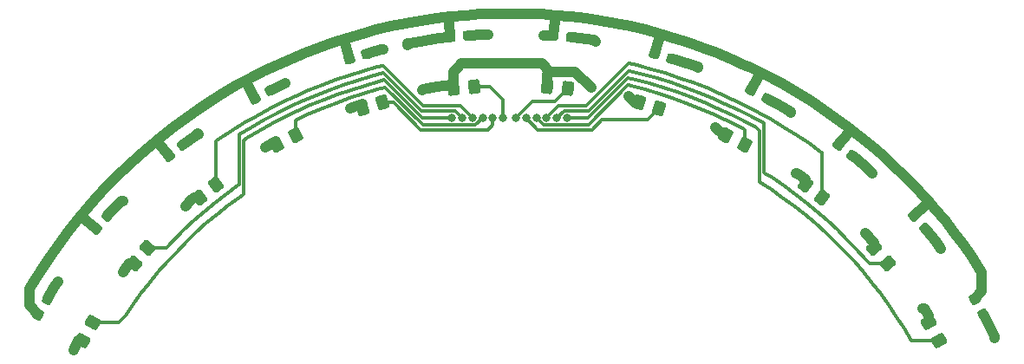
<source format=gbr>
%TF.GenerationSoftware,KiCad,Pcbnew,(6.0.4)*%
%TF.CreationDate,2022-09-17T01:55:58+09:00*%
%TF.ProjectId,robotrace_v1_Linesensor,726f626f-7472-4616-9365-5f76315f4c69,rev?*%
%TF.SameCoordinates,Original*%
%TF.FileFunction,Copper,L2,Bot*%
%TF.FilePolarity,Positive*%
%FSLAX46Y46*%
G04 Gerber Fmt 4.6, Leading zero omitted, Abs format (unit mm)*
G04 Created by KiCad (PCBNEW (6.0.4)) date 2022-09-17 01:55:58*
%MOMM*%
%LPD*%
G01*
G04 APERTURE LIST*
G04 Aperture macros list*
%AMRoundRect*
0 Rectangle with rounded corners*
0 $1 Rounding radius*
0 $2 $3 $4 $5 $6 $7 $8 $9 X,Y pos of 4 corners*
0 Add a 4 corners polygon primitive as box body*
4,1,4,$2,$3,$4,$5,$6,$7,$8,$9,$2,$3,0*
0 Add four circle primitives for the rounded corners*
1,1,$1+$1,$2,$3*
1,1,$1+$1,$4,$5*
1,1,$1+$1,$6,$7*
1,1,$1+$1,$8,$9*
0 Add four rect primitives between the rounded corners*
20,1,$1+$1,$2,$3,$4,$5,0*
20,1,$1+$1,$4,$5,$6,$7,0*
20,1,$1+$1,$6,$7,$8,$9,0*
20,1,$1+$1,$8,$9,$2,$3,0*%
G04 Aperture macros list end*
%TA.AperFunction,SMDPad,CuDef*%
%ADD10RoundRect,0.237500X-0.372847X-0.006896X0.077153X-0.364842X0.372847X0.006896X-0.077153X0.364842X0*%
%TD*%
%TA.AperFunction,SMDPad,CuDef*%
%ADD11RoundRect,0.237500X-0.208207X-0.309374X0.343114X-0.146065X0.208207X0.309374X-0.343114X0.146065X0*%
%TD*%
%TA.AperFunction,SMDPad,CuDef*%
%ADD12RoundRect,0.237500X-0.308940X-0.208851X0.263413X-0.263962X0.308940X0.208851X-0.263413X0.263962X0*%
%TD*%
%TA.AperFunction,SMDPad,CuDef*%
%ADD13RoundRect,0.237500X-0.077153X-0.364842X0.372847X-0.006896X0.077153X0.364842X-0.372847X0.006896X0*%
%TD*%
%TA.AperFunction,SMDPad,CuDef*%
%ADD14RoundRect,0.250000X0.183810X0.523774X-0.439423X0.339164X-0.183810X-0.523774X0.439423X-0.339164X0*%
%TD*%
%TA.AperFunction,SMDPad,CuDef*%
%ADD15RoundRect,0.250000X0.496065X0.249087X-0.080492X0.549223X-0.496065X-0.249087X0.080492X-0.549223X0*%
%TD*%
%TA.AperFunction,SMDPad,CuDef*%
%ADD16RoundRect,0.237500X-0.343114X-0.146065X0.208207X-0.309374X0.343114X0.146065X-0.208207X0.309374X0*%
%TD*%
%TA.AperFunction,SMDPad,CuDef*%
%ADD17RoundRect,0.237500X-0.263413X-0.263962X0.308940X-0.208851X0.263413X0.263962X-0.308940X0.208851X0*%
%TD*%
%TA.AperFunction,SMDPad,CuDef*%
%ADD18RoundRect,0.237500X-0.145350X-0.343418X0.364681X-0.077912X0.145350X0.343418X-0.364681X0.077912X0*%
%TD*%
%TA.AperFunction,SMDPad,CuDef*%
%ADD19RoundRect,0.237500X-0.006120X-0.372861X0.367313X0.064373X0.006120X0.372861X-0.367313X-0.064373X0*%
%TD*%
%TA.AperFunction,SMDPad,CuDef*%
%ADD20RoundRect,0.250000X0.366634X0.416778X-0.280373X0.479078X-0.366634X-0.416778X0.280373X-0.479078X0*%
%TD*%
%TA.AperFunction,SMDPad,CuDef*%
%ADD21RoundRect,0.250000X0.551698X-0.061275X0.231622X0.504456X-0.551698X0.061275X-0.231622X-0.504456X0*%
%TD*%
%TA.AperFunction,SMDPad,CuDef*%
%ADD22RoundRect,0.237500X-0.348281X0.133277X-0.065138X-0.367178X0.348281X-0.133277X0.065138X0.367178X0*%
%TD*%
%TA.AperFunction,SMDPad,CuDef*%
%ADD23RoundRect,0.250000X-0.025784X0.554491X-0.534479X0.149856X0.025784X-0.554491X0.534479X-0.149856X0*%
%TD*%
%TA.AperFunction,SMDPad,CuDef*%
%ADD24RoundRect,0.250000X0.439423X0.339164X-0.183810X0.523774X-0.439423X-0.339164X0.183810X-0.523774X0*%
%TD*%
%TA.AperFunction,SMDPad,CuDef*%
%ADD25RoundRect,0.237500X0.065138X-0.367178X0.348281X0.133277X-0.065138X0.367178X-0.348281X-0.133277X0*%
%TD*%
%TA.AperFunction,SMDPad,CuDef*%
%ADD26RoundRect,0.250000X0.534479X0.149856X0.025784X0.554491X-0.534479X-0.149856X-0.025784X-0.554491X0*%
%TD*%
%TA.AperFunction,SMDPad,CuDef*%
%ADD27RoundRect,0.237500X-0.367313X0.064373X0.006120X-0.372861X0.367313X-0.064373X-0.006120X0.372861X0*%
%TD*%
%TA.AperFunction,SMDPad,CuDef*%
%ADD28RoundRect,0.250000X0.553253X0.045120X0.131112X0.539384X-0.553253X-0.045120X-0.131112X-0.539384X0*%
%TD*%
%TA.AperFunction,SMDPad,CuDef*%
%ADD29RoundRect,0.250000X0.280373X0.479078X-0.366634X0.416778X-0.280373X-0.479078X0.366634X-0.416778X0*%
%TD*%
%TA.AperFunction,SMDPad,CuDef*%
%ADD30RoundRect,0.250000X-0.231622X0.504456X-0.551698X-0.061275X0.231622X-0.504456X0.551698X0.061275X0*%
%TD*%
%TA.AperFunction,SMDPad,CuDef*%
%ADD31RoundRect,0.250000X-0.131112X0.539384X-0.553253X0.045120X0.131112X-0.539384X0.553253X-0.045120X0*%
%TD*%
%TA.AperFunction,SMDPad,CuDef*%
%ADD32RoundRect,0.237500X-0.364681X-0.077912X0.145350X-0.343418X0.364681X0.077912X-0.145350X0.343418X0*%
%TD*%
%TA.AperFunction,SMDPad,CuDef*%
%ADD33RoundRect,0.250000X0.080492X0.549223X-0.496065X0.249087X-0.080492X-0.549223X0.496065X-0.249087X0*%
%TD*%
%TA.AperFunction,ViaPad*%
%ADD34C,0.800000*%
%TD*%
%TA.AperFunction,Conductor*%
%ADD35C,1.000000*%
%TD*%
%TA.AperFunction,Conductor*%
%ADD36C,0.300000*%
%TD*%
G04 APERTURE END LIST*
D10*
%TO.P,D7,1,K*%
%TO.N,Net-(D1-Pad1)*%
X176995218Y-48365300D03*
%TO.P,D7,2,A*%
%TO.N,Net-(D7-Pad2)*%
X178364782Y-49454700D03*
%TD*%
D11*
%TO.P,D10,1,K*%
%TO.N,Net-(D1-Pad1)*%
X129251033Y-39908513D03*
%TO.P,D10,2,A*%
%TO.N,Net-(D10-Pad2)*%
X130928967Y-39411487D03*
%TD*%
D12*
%TO.P,D13,1,K*%
%TO.N,Net-(D1-Pad1)*%
X149159028Y-37656135D03*
%TO.P,D13,2,A*%
%TO.N,Net-(D13-Pad2)*%
X150900972Y-37823865D03*
%TD*%
D13*
%TO.P,D6,1,K*%
%TO.N,Net-(D1-Pad1)*%
X111635218Y-49454700D03*
%TO.P,D6,2,A*%
%TO.N,Net-(D6-Pad2)*%
X113004782Y-48365300D03*
%TD*%
D14*
%TO.P,Q9,1,C*%
%TO.N,Net-(J1-Pad7)*%
X132492790Y-44168884D03*
%TO.P,Q9,2,E*%
%TO.N,GND1*%
X130527210Y-44751116D03*
%TD*%
D15*
%TO.P,Q8,1,C*%
%TO.N,Net-(J1-Pad11)*%
X167839186Y-48343292D03*
%TO.P,Q8,2,E*%
%TO.N,GND1*%
X166020814Y-47396708D03*
%TD*%
D16*
%TO.P,D11,1,K*%
%TO.N,Net-(D1-Pad1)*%
X159071033Y-39411487D03*
%TO.P,D11,2,A*%
%TO.N,Net-(D11-Pad2)*%
X160748967Y-39908513D03*
%TD*%
D17*
%TO.P,D12,1,K*%
%TO.N,Net-(D1-Pad1)*%
X139099028Y-37823865D03*
%TO.P,D12,2,A*%
%TO.N,Net-(D12-Pad2)*%
X140840972Y-37656135D03*
%TD*%
D18*
%TO.P,D8,1,K*%
%TO.N,Net-(D1-Pad1)*%
X119983866Y-43834030D03*
%TO.P,D8,2,A*%
%TO.N,Net-(D8-Pad2)*%
X121536134Y-43025970D03*
%TD*%
D19*
%TO.P,D4,1,K*%
%TO.N,Net-(D1-Pad1)*%
X104511733Y-56565355D03*
%TO.P,D4,2,A*%
%TO.N,Net-(D4-Pad2)*%
X105648267Y-55234645D03*
%TD*%
D20*
%TO.P,Q12,1,C*%
%TO.N,Net-(J1-Pad9)*%
X150570281Y-42818242D03*
%TO.P,Q12,2,E*%
%TO.N,GND1*%
X148529719Y-42621758D03*
%TD*%
D21*
%TO.P,Q2,1,C*%
%TO.N,Net-(J1-Pad14)*%
X186844734Y-67502115D03*
%TO.P,Q2,2,E*%
%TO.N,GND1*%
X185835266Y-65717885D03*
%TD*%
D22*
%TO.P,D2,1,K*%
%TO.N,Net-(D1-Pad1)*%
X190259129Y-63388439D03*
%TO.P,D2,2,A*%
%TO.N,Net-(D2-Pad2)*%
X191120871Y-64911561D03*
%TD*%
D23*
%TO.P,Q5,1,C*%
%TO.N,Net-(J1-Pad5)*%
X116232173Y-52191922D03*
%TO.P,Q5,2,E*%
%TO.N,GND1*%
X114627827Y-53468078D03*
%TD*%
D24*
%TO.P,Q10,1,C*%
%TO.N,Net-(J1-Pad10)*%
X159472790Y-44751116D03*
%TO.P,Q10,2,E*%
%TO.N,GND1*%
X157507210Y-44168884D03*
%TD*%
D25*
%TO.P,D1,1,K*%
%TO.N,Net-(D1-Pad1)*%
X98879129Y-64911561D03*
%TO.P,D1,2,A*%
%TO.N,Net-(D1-Pad2)*%
X99740871Y-63388439D03*
%TD*%
D26*
%TO.P,Q6,1,C*%
%TO.N,Net-(J1-Pad12)*%
X175372173Y-53468078D03*
%TO.P,Q6,2,E*%
%TO.N,GND1*%
X173767827Y-52191922D03*
%TD*%
D27*
%TO.P,D5,1,K*%
%TO.N,Net-(D1-Pad1)*%
X184351733Y-55234645D03*
%TO.P,D5,2,A*%
%TO.N,Net-(D5-Pad2)*%
X185488267Y-56565355D03*
%TD*%
D28*
%TO.P,Q4,1,C*%
%TO.N,Net-(J1-Pad13)*%
X181785684Y-59929416D03*
%TO.P,Q4,2,E*%
%TO.N,GND1*%
X180454316Y-58370584D03*
%TD*%
D29*
%TO.P,Q11,1,C*%
%TO.N,Net-(J1-Pad8)*%
X141467281Y-42621758D03*
%TO.P,Q11,2,E*%
%TO.N,GND1*%
X139426719Y-42818242D03*
%TD*%
D30*
%TO.P,Q1,1,C*%
%TO.N,Net-(J1-Pad3)*%
X104164734Y-65717885D03*
%TO.P,Q1,2,E*%
%TO.N,GND1*%
X103155266Y-67502115D03*
%TD*%
D31*
%TO.P,Q3,1,C*%
%TO.N,Net-(J1-Pad4)*%
X109545684Y-58370584D03*
%TO.P,Q3,2,E*%
%TO.N,GND1*%
X108214316Y-59929416D03*
%TD*%
D32*
%TO.P,D9,1,K*%
%TO.N,Net-(D1-Pad1)*%
X168463866Y-43025970D03*
%TO.P,D9,2,A*%
%TO.N,Net-(D9-Pad2)*%
X170016134Y-43834030D03*
%TD*%
D33*
%TO.P,Q7,1,C*%
%TO.N,Net-(J1-Pad6)*%
X123979186Y-47396708D03*
%TO.P,Q7,2,E*%
%TO.N,GND1*%
X122160814Y-48343292D03*
%TD*%
D34*
%TO.N,Net-(D1-Pad1)*%
X148200000Y-37656135D03*
%TO.N,GND1*%
X139800000Y-40800000D03*
X165000000Y-46600000D03*
X172800000Y-51100000D03*
X185200000Y-64300000D03*
X107100000Y-60800000D03*
X113200000Y-54300000D03*
X102300000Y-68400000D03*
X136318242Y-43000000D03*
X156500000Y-43600000D03*
X152823816Y-42776184D03*
X129300000Y-44800000D03*
X179600000Y-57000000D03*
X121000000Y-48600000D03*
%TO.N,Net-(D1-Pad1)*%
X134900000Y-38600000D03*
%TO.N,Net-(D1-Pad2)*%
X100800000Y-61700000D03*
%TO.N,Net-(D2-Pad2)*%
X192250000Y-67250000D03*
%TO.N,Net-(J1-Pad3)*%
X139250000Y-45700500D03*
%TO.N,Net-(J1-Pad11)*%
X147500000Y-45700000D03*
%TO.N,Net-(D4-Pad2)*%
X107100000Y-53800000D03*
%TO.N,Net-(D5-Pad2)*%
X187000000Y-58500000D03*
%TO.N,Net-(D6-Pad2)*%
X114500000Y-47300000D03*
%TO.N,Net-(D7-Pad2)*%
X180300000Y-51100000D03*
%TO.N,Net-(D8-Pad2)*%
X123000000Y-42300000D03*
%TO.N,Net-(D9-Pad2)*%
X172300000Y-45200000D03*
%TO.N,Net-(D10-Pad2)*%
X132500000Y-39000000D03*
%TO.N,Net-(D11-Pad2)*%
X163250000Y-40750000D03*
%TO.N,Net-(D12-Pad2)*%
X142750000Y-37600000D03*
%TO.N,Net-(D13-Pad2)*%
X153250000Y-38250000D03*
%TO.N,Net-(J1-Pad4)*%
X140250000Y-45700500D03*
%TO.N,Net-(J1-Pad5)*%
X141250000Y-45700500D03*
%TO.N,Net-(J1-Pad6)*%
X142250000Y-45700000D03*
%TO.N,Net-(J1-Pad7)*%
X143250000Y-45700000D03*
%TO.N,Net-(J1-Pad8)*%
X144250000Y-45700000D03*
%TO.N,Net-(J1-Pad9)*%
X145500000Y-45700000D03*
%TO.N,Net-(J1-Pad10)*%
X146500000Y-45700000D03*
%TO.N,Net-(J1-Pad12)*%
X148500000Y-45700000D03*
%TO.N,Net-(J1-Pad13)*%
X149500000Y-45700000D03*
%TO.N,Net-(J1-Pad14)*%
X150500000Y-45700000D03*
%TD*%
D35*
%TO.N,Net-(D12-Pad2)*%
X140869808Y-37627299D02*
X140840972Y-37656135D01*
X142298500Y-37534068D02*
X140869808Y-37627299D01*
X142684068Y-37534068D02*
X142298500Y-37534068D01*
X142750000Y-37600000D02*
X142684068Y-37534068D01*
%TO.N,Net-(D1-Pad1)*%
X149159028Y-37656135D02*
X148200000Y-37656135D01*
%TO.N,GND1*%
X139800000Y-40800000D02*
X140200000Y-40400000D01*
X148000000Y-40400000D02*
X148800000Y-41200000D01*
X139426719Y-41173281D02*
X139800000Y-40800000D01*
X140200000Y-40400000D02*
X148000000Y-40400000D01*
X139426719Y-42818242D02*
X139426719Y-41173281D01*
X139104963Y-42496486D02*
X137784403Y-42678414D01*
X173767827Y-51746088D02*
X173080588Y-51233031D01*
X130527210Y-44427210D02*
X130527210Y-44751116D01*
X185382648Y-64300000D02*
X185835266Y-65030312D01*
X122160814Y-48160814D02*
X122160814Y-48343292D01*
X130489028Y-44389028D02*
X130527210Y-44427210D01*
X179600000Y-57000000D02*
X180454316Y-57854316D01*
X165796708Y-47396708D02*
X165000000Y-46600000D01*
X148529719Y-42621758D02*
X148529719Y-41470281D01*
X121000000Y-48583271D02*
X122013977Y-48013977D01*
X129300000Y-44800000D02*
X129324536Y-44775464D01*
X102300000Y-68365127D02*
X102752334Y-67502115D01*
X172891246Y-51100000D02*
X172800000Y-51100000D01*
X113781264Y-53718736D02*
X114070922Y-53468078D01*
X113200000Y-54300000D02*
X113781264Y-53718736D01*
X102300000Y-68400000D02*
X102300000Y-68365127D01*
X148800000Y-41200000D02*
X151247632Y-41200000D01*
X114070922Y-53468078D02*
X114627827Y-53468078D01*
X107100000Y-60767905D02*
X107482878Y-60270167D01*
X148529719Y-41470281D02*
X148800000Y-41200000D01*
X151247632Y-41200000D02*
X152823816Y-42776184D01*
X122013977Y-48013977D02*
X122160814Y-48160814D01*
X129324536Y-44775464D02*
X129749321Y-44625843D01*
X166020814Y-47396708D02*
X165796708Y-47396708D01*
X139426719Y-42818242D02*
X139104963Y-42496486D01*
X157068884Y-44168884D02*
X157507210Y-44168884D01*
X185200000Y-64300000D02*
X185382648Y-64300000D01*
X136409426Y-42908816D02*
X136318242Y-43000000D01*
X121000000Y-48600000D02*
X121000000Y-48583271D01*
X107482878Y-60270167D02*
X107760988Y-59929416D01*
X129749321Y-44625843D02*
X130489028Y-44389028D01*
X180454316Y-57854316D02*
X180454316Y-58370584D01*
X173080588Y-51233031D02*
X172891246Y-51100000D01*
X102752334Y-67502115D02*
X103155266Y-67502115D01*
X107100000Y-60800000D02*
X107100000Y-60767905D01*
X136423648Y-42906013D02*
X136409426Y-42908816D01*
X156500000Y-43600000D02*
X157068884Y-44168884D01*
X137784403Y-42678414D02*
X136423648Y-42906013D01*
X107760988Y-59929416D02*
X108214316Y-59929416D01*
X173767827Y-52191922D02*
X173767827Y-51746088D01*
X185835266Y-65030312D02*
X185835266Y-65717885D01*
%TO.N,Net-(D1-Pad1)*%
X170440407Y-41805019D02*
X169130873Y-41136195D01*
X108716887Y-49336669D02*
X107632990Y-50330397D01*
X98000000Y-64032432D02*
X98879129Y-64911561D01*
X124899265Y-39344983D02*
X123539979Y-39905711D01*
X150870556Y-35819683D02*
X149406625Y-35681018D01*
X113308288Y-45664845D02*
X112123727Y-46535976D01*
X138882618Y-37826628D02*
X137993904Y-37933823D01*
X179036965Y-47438800D02*
X177876273Y-46535976D01*
X166460021Y-39905711D02*
X165100735Y-39344983D01*
X143529674Y-35522405D02*
X142060445Y-35581903D01*
X183423658Y-51352964D02*
X182367010Y-50330397D01*
X189996611Y-59254655D02*
X189150732Y-58051855D01*
X112123727Y-46535976D02*
X110963035Y-47438800D01*
X134767675Y-36471785D02*
X133327206Y-36767340D01*
X185763748Y-53836252D02*
X185452324Y-53481779D01*
X129251033Y-39908513D02*
X128808098Y-38413190D01*
X175484006Y-44825938D02*
X174254115Y-44019925D01*
X191000000Y-60784038D02*
X190809721Y-60479825D01*
X126273223Y-38821117D02*
X124899265Y-39344983D01*
X145000000Y-35502568D02*
X143529674Y-35522405D01*
X158104693Y-37101634D02*
X156672794Y-36767340D01*
X176691712Y-45664845D02*
X175484006Y-44825938D01*
X102636808Y-55716900D02*
X101727278Y-56872329D01*
X152330175Y-35997790D02*
X150870556Y-35819683D01*
X100003389Y-59254655D02*
X99190279Y-60479825D01*
X104547676Y-53481779D02*
X103577174Y-54586437D01*
X139129444Y-35819683D02*
X137669825Y-35997790D01*
X187363192Y-55716900D02*
X186422826Y-54586437D01*
X105547650Y-52403683D02*
X104547676Y-53481779D01*
X169130873Y-41136195D02*
X168476196Y-40823804D01*
X109827159Y-48372581D02*
X108716887Y-49336669D01*
X119983866Y-43834030D02*
X119236805Y-42398939D01*
X159527148Y-37474462D02*
X158104693Y-37101634D01*
X191000000Y-62647568D02*
X191000000Y-60784038D01*
X98410509Y-61726502D02*
X98000000Y-62423990D01*
X106576342Y-51352964D02*
X105547650Y-52403683D01*
X160938929Y-37885503D02*
X159527148Y-37474462D01*
X142060445Y-35581903D02*
X140593375Y-35681018D01*
X136215525Y-36215214D02*
X134767675Y-36471785D01*
X115745885Y-44019925D02*
X114515994Y-44825938D01*
X168476196Y-40823804D02*
X167803768Y-40502944D01*
X139099028Y-37823865D02*
X138953065Y-36307983D01*
X153784475Y-36215214D02*
X152330175Y-35997790D01*
X130472852Y-37474462D02*
X129061071Y-37885503D01*
X135148767Y-38396460D02*
X134900000Y-38447497D01*
X111635218Y-49454700D02*
X110564815Y-48109019D01*
X163726777Y-38821117D02*
X162339154Y-38334499D01*
X137993904Y-37933823D02*
X136568159Y-38145625D01*
X137669825Y-35997790D02*
X136215525Y-36215214D01*
X110963035Y-47438800D02*
X109827159Y-48372581D01*
X181283113Y-49336669D02*
X180172841Y-48372581D01*
X98000000Y-62423990D02*
X98000000Y-64032432D01*
X116997026Y-43247417D02*
X115745885Y-44019925D01*
X114515994Y-44825938D02*
X113308288Y-45664845D01*
X146470326Y-35522405D02*
X145000000Y-35502568D01*
X101727278Y-56872329D02*
X100849268Y-58051855D01*
X189150732Y-58051855D02*
X188272722Y-56872329D01*
X104511733Y-56565355D02*
X103049539Y-55316524D01*
X165100735Y-39344983D02*
X163726777Y-38821117D01*
X159071033Y-39411487D02*
X159492091Y-37990018D01*
X167803768Y-40502944D02*
X166460021Y-39905711D01*
X190259129Y-63388439D02*
X191000000Y-62647568D01*
X100849268Y-58051855D02*
X100003389Y-59254655D01*
X149406625Y-35681018D02*
X147939555Y-35581903D01*
X190809721Y-60479825D02*
X189996611Y-59254655D01*
X180172841Y-48372581D02*
X179036965Y-47438800D01*
X122196232Y-40502944D02*
X120869127Y-41136195D01*
X176995218Y-48365300D02*
X177885363Y-47246235D01*
X140593375Y-35681018D02*
X139129444Y-35819683D01*
X99190279Y-60479825D02*
X98410509Y-61726502D01*
X185452324Y-53481779D02*
X184452350Y-52403683D01*
X118268588Y-42508926D02*
X116997026Y-43247417D01*
X123539979Y-39905711D02*
X122196232Y-40502944D01*
X138905526Y-37823865D02*
X138882618Y-37826628D01*
X129061071Y-37885503D02*
X127660846Y-38334499D01*
X188272722Y-56872329D02*
X187363192Y-55716900D01*
X168463866Y-43025970D02*
X169197971Y-41615768D01*
X184351733Y-55234645D02*
X185481984Y-54269320D01*
X107632990Y-50330397D02*
X106576342Y-51352964D01*
X162339154Y-38334499D02*
X160938929Y-37885503D01*
X156672794Y-36767340D02*
X155232325Y-36471785D01*
X182367010Y-50330397D02*
X181283113Y-49336669D01*
X155232325Y-36471785D02*
X153784475Y-36215214D01*
X120869127Y-41136195D02*
X119559593Y-41805019D01*
X149159028Y-37656135D02*
X149294665Y-36247487D01*
X103577174Y-54586437D02*
X102636808Y-55716900D01*
X177876273Y-46535976D02*
X176691712Y-45664845D01*
X133327206Y-36767340D02*
X131895307Y-37101634D01*
X127660846Y-38334499D02*
X126273223Y-38821117D01*
X119559593Y-41805019D02*
X118268588Y-42508926D01*
X134900000Y-38447497D02*
X134900000Y-38600000D01*
X186422826Y-54586437D02*
X185763748Y-53836252D01*
X136568159Y-38145625D02*
X135148767Y-38396460D01*
X131895307Y-37101634D02*
X130472852Y-37474462D01*
X171731412Y-42508926D02*
X170440407Y-41805019D01*
X139099028Y-37823865D02*
X138905526Y-37823865D01*
X174254115Y-44019925D02*
X173002974Y-43247417D01*
X147939555Y-35581903D02*
X146470326Y-35522405D01*
X173002974Y-43247417D02*
X171731412Y-42508926D01*
X184452350Y-52403683D02*
X183423658Y-51352964D01*
%TO.N,Net-(D1-Pad2)*%
X100462275Y-62136708D02*
X99740871Y-63325799D01*
X99740871Y-63325799D02*
X99740871Y-63388439D01*
X100800000Y-61700000D02*
X100765890Y-61665890D01*
X100765890Y-61665890D02*
X100462275Y-62136708D01*
%TO.N,Net-(D2-Pad2)*%
X191842086Y-66213635D02*
X191199626Y-64990316D01*
X192250000Y-67250000D02*
X192250000Y-67044993D01*
X191199626Y-64990316D02*
X191120871Y-64911561D01*
X192250000Y-67044993D02*
X191842086Y-66213635D01*
D36*
%TO.N,Net-(J1-Pad3)*%
X130763208Y-42536733D02*
X129419698Y-42960634D01*
X120427391Y-46969373D02*
X119214100Y-47685284D01*
X125469124Y-44458889D02*
X124182410Y-45032503D01*
X139250000Y-45700500D02*
X139249500Y-45700000D01*
X128088816Y-43422541D02*
X126771617Y-43922089D01*
X118475423Y-53453403D02*
X117391170Y-54265431D01*
X106682115Y-65717885D02*
X104164734Y-65717885D01*
X118901710Y-47881793D02*
X118901710Y-53119152D01*
X107389719Y-65010281D02*
X106682115Y-65717885D01*
X124182410Y-45032503D02*
X122912564Y-45642441D01*
X118785431Y-53235431D02*
X118475423Y-53453403D01*
X113311968Y-57827410D02*
X112361218Y-58792361D01*
X108064224Y-64020096D02*
X107389719Y-65010281D01*
X121660544Y-46288243D02*
X120427391Y-46969373D01*
X118901710Y-53119152D02*
X118785431Y-53235431D01*
X111439856Y-59785375D02*
X110548665Y-60805609D01*
X108860094Y-62923921D02*
X108064224Y-64020096D01*
X126771617Y-43922089D02*
X125469124Y-44458889D01*
X112361218Y-58792361D02*
X111439856Y-59785375D01*
X136335719Y-45700000D02*
X132651461Y-42015742D01*
X117391170Y-54265431D02*
X116331766Y-55109610D01*
X122912564Y-45642441D02*
X121660544Y-46288243D01*
X129419698Y-42960634D02*
X128088816Y-43422541D01*
X132118172Y-42151214D02*
X130763208Y-42536733D01*
X115298112Y-55985228D02*
X114291251Y-56891396D01*
X110548665Y-60805609D02*
X109688505Y-61852084D01*
X116331766Y-55109610D02*
X115298112Y-55985228D01*
X139249500Y-45700000D02*
X136335719Y-45700000D01*
X119214100Y-47685284D02*
X118901710Y-47881793D01*
X109688505Y-61852084D02*
X108860094Y-62923921D01*
X132651461Y-42015742D02*
X132118172Y-42151214D01*
X114291251Y-56891396D02*
X113311968Y-57827410D01*
%TO.N,Net-(J1-Pad11)*%
X156481010Y-42518990D02*
X156450318Y-42518990D01*
X156450318Y-42518990D02*
X152569308Y-46400000D01*
X156743236Y-42579967D02*
X156481010Y-42518990D01*
X167734513Y-46765487D02*
X167178554Y-46472137D01*
X163372285Y-44733873D02*
X162072185Y-44227698D01*
X148199511Y-46399511D02*
X147500000Y-45700000D01*
X158092581Y-42934647D02*
X156743236Y-42579967D01*
X167178554Y-46472137D02*
X165926512Y-45856550D01*
X151300000Y-46400000D02*
X151299511Y-46399511D01*
X160758170Y-43758858D02*
X159431227Y-43327709D01*
X151299511Y-46399511D02*
X148199511Y-46399511D01*
X159431227Y-43327709D02*
X158092581Y-42934647D01*
X152569308Y-46400000D02*
X151300000Y-46400000D01*
X162072185Y-44227698D02*
X160758170Y-43758858D01*
X167839186Y-48343292D02*
X167839186Y-46870160D01*
X164657410Y-45276971D02*
X163372285Y-44733873D01*
X165926512Y-45856550D02*
X164657410Y-45276971D01*
X167839186Y-46870160D02*
X167734513Y-46765487D01*
D35*
%TO.N,Net-(D4-Pad2)*%
X105648267Y-55195168D02*
X105648267Y-55234645D01*
X107100000Y-53800000D02*
X106933351Y-53800000D01*
X106933351Y-53800000D02*
X106599847Y-54147520D01*
X106599847Y-54147520D02*
X105648267Y-55195168D01*
%TO.N,Net-(D5-Pad2)*%
X185664469Y-56741557D02*
X185488267Y-56565355D01*
X187000000Y-58500000D02*
X187000000Y-58448532D01*
X187000000Y-58448532D02*
X186440332Y-57709583D01*
X186440332Y-57709583D02*
X185664469Y-56741557D01*
%TO.N,Net-(D6-Pad2)*%
X114458835Y-47258835D02*
X114149600Y-47476771D01*
X114149600Y-47476771D02*
X113004782Y-48331546D01*
X114500000Y-47300000D02*
X114458835Y-47258835D01*
X113004782Y-48331546D02*
X113004782Y-48365300D01*
%TO.N,Net-(D7-Pad2)*%
X180300000Y-51100000D02*
X180300000Y-51096607D01*
X179514660Y-50393052D02*
X178415080Y-49461074D01*
X178407128Y-49454700D02*
X178364782Y-49454700D01*
X180300000Y-51096607D02*
X179514660Y-50393052D01*
X178415080Y-49461074D02*
X178407128Y-49454700D01*
%TO.N,Net-(D8-Pad2)*%
X121594875Y-42967229D02*
X122833870Y-42369812D01*
X121536134Y-43025970D02*
X121594875Y-42967229D01*
X122989425Y-42300000D02*
X123000000Y-42300000D01*
X122833870Y-42369812D02*
X122989425Y-42300000D01*
%TO.N,Net-(D9-Pad2)*%
X171319723Y-44533043D02*
X170073052Y-43834030D01*
X170073052Y-43834030D02*
X170016134Y-43834030D01*
X172300000Y-45200000D02*
X172300000Y-45118601D01*
X172300000Y-45118601D02*
X171319723Y-44533043D01*
%TO.N,Net-(D10-Pad2)*%
X132480105Y-38980105D02*
X132333260Y-39014455D01*
X132500000Y-39000000D02*
X132480105Y-38980105D01*
X131088513Y-39411487D02*
X130928967Y-39411487D01*
X132333260Y-39014455D02*
X131182952Y-39317048D01*
X131182952Y-39317048D02*
X131088513Y-39411487D01*
%TO.N,Net-(D11-Pad2)*%
X163250000Y-40750000D02*
X163233757Y-40733757D01*
X162156824Y-40345036D02*
X160834973Y-39908513D01*
X163233757Y-40733757D02*
X162156824Y-40345036D01*
X160834973Y-39908513D02*
X160748967Y-39908513D01*
%TO.N,Net-(D13-Pad2)*%
X152363047Y-37983102D02*
X151114948Y-37823865D01*
X151114948Y-37823865D02*
X150900972Y-37823865D01*
X153097338Y-38097338D02*
X152363047Y-37983102D01*
X153250000Y-38250000D02*
X153097338Y-38097338D01*
D36*
%TO.N,Net-(J1-Pad4)*%
X139550489Y-45000989D02*
X140250000Y-45700500D01*
X120902430Y-45902183D02*
X122154344Y-45240796D01*
X118452190Y-52250000D02*
X118452190Y-47334236D01*
X123424367Y-44614954D02*
X124711494Y-44025149D01*
X115103701Y-54839499D02*
X114084416Y-55732286D01*
X136272426Y-45000989D02*
X139550489Y-45000989D01*
X132580037Y-41308600D02*
X136272426Y-45000989D01*
X113091776Y-56654616D02*
X111375808Y-58370584D01*
X127333080Y-42955443D02*
X128665437Y-42476401D01*
X124711494Y-44025149D02*
X126014778Y-43471819D01*
X118452190Y-52250000D02*
X118312637Y-52345862D01*
X114084416Y-55732286D02*
X113091776Y-56654616D01*
X117218785Y-53145508D02*
X116148825Y-53976963D01*
X116148825Y-53976963D02*
X115103701Y-54839499D01*
X118452190Y-47334236D02*
X118457049Y-47329377D01*
X130010721Y-42035097D02*
X131367926Y-41631860D01*
X122154344Y-45240796D02*
X123424367Y-44614954D01*
X131367926Y-41631860D02*
X132580037Y-41308600D01*
X126014778Y-43471819D02*
X127333080Y-42955443D01*
X118457049Y-47329377D02*
X119669695Y-46598548D01*
X118312637Y-52345862D02*
X117218785Y-53145508D01*
X128665437Y-42476401D02*
X130010721Y-42035097D01*
X119669695Y-46598548D02*
X120902430Y-45902183D01*
X111375808Y-58370584D02*
X109545684Y-58370584D01*
%TO.N,Net-(J1-Pad5)*%
X120142352Y-45522476D02*
X118910164Y-46233880D01*
X126574353Y-42495807D02*
X125255123Y-43028811D01*
X127907934Y-41999853D02*
X126574353Y-42495807D01*
X116232173Y-47953243D02*
X116232173Y-52191922D01*
X136457635Y-44550480D02*
X132513269Y-40606114D01*
X125255123Y-43028811D02*
X123951293Y-43598440D01*
X118910164Y-46233880D02*
X117698304Y-46979421D01*
X131984402Y-40737976D02*
X130614005Y-41120598D01*
X123951293Y-43598440D02*
X122663921Y-44204231D01*
X122663921Y-44204231D02*
X121393905Y-44845764D01*
X116242708Y-47942708D02*
X116232173Y-47953243D01*
X130614005Y-41120598D02*
X129254807Y-41541340D01*
X140099980Y-44550480D02*
X136457635Y-44550480D01*
X117698304Y-46979421D02*
X116507759Y-47758492D01*
X132513269Y-40606114D02*
X131984402Y-40737976D01*
X141250000Y-45700500D02*
X140099980Y-44550480D01*
X116507759Y-47758492D02*
X116242708Y-47942708D01*
X129254807Y-41541340D02*
X127907934Y-41999853D01*
X121393905Y-44845764D02*
X120142352Y-45522476D01*
%TO.N,Net-(J1-Pad6)*%
X136400001Y-46400000D02*
X132720838Y-42720837D01*
X142250000Y-45700000D02*
X141550000Y-46400000D01*
X131907420Y-42934646D02*
X130568777Y-43327708D01*
X123979186Y-47396708D02*
X123979186Y-45950852D01*
X127927815Y-44227698D02*
X126627715Y-44733873D01*
X130568777Y-43327708D02*
X129241830Y-43758858D01*
X141550000Y-46400000D02*
X136400001Y-46400000D01*
X126627715Y-44733873D02*
X125342593Y-45276969D01*
X129241830Y-43758858D02*
X127927815Y-44227698D01*
X123979186Y-45950852D02*
X124073488Y-45856550D01*
X132720838Y-42720837D02*
X131907420Y-42934646D01*
X125342593Y-45276969D02*
X124073488Y-45856550D01*
%TO.N,Net-(J1-Pad7)*%
X142750480Y-46849520D02*
X136213803Y-46849520D01*
X143250000Y-45700000D02*
X143250000Y-46350000D01*
X133533166Y-44168884D02*
X132492790Y-44168884D01*
X143250000Y-46350000D02*
X142750480Y-46849520D01*
X136213803Y-46849520D02*
X133533166Y-44168884D01*
%TO.N,Net-(J1-Pad8)*%
X142921758Y-42621758D02*
X141467281Y-42621758D01*
X144250000Y-43950000D02*
X142921758Y-42621758D01*
X144250000Y-45700000D02*
X144250000Y-43950000D01*
%TO.N,Net-(J1-Pad9)*%
X145500000Y-45700000D02*
X147100000Y-44100000D01*
X147100000Y-44100000D02*
X149288523Y-44100000D01*
X149288523Y-44100000D02*
X150570281Y-42818242D01*
%TO.N,Net-(J1-Pad10)*%
X146500000Y-45700000D02*
X147649520Y-46849520D01*
X147649520Y-46849520D02*
X152924044Y-46849520D01*
X152924044Y-46849520D02*
X153874044Y-45899520D01*
X158324386Y-45899520D02*
X159472790Y-44751116D01*
X153874044Y-45899520D02*
X158324386Y-45899520D01*
%TO.N,Net-(J1-Pad12)*%
X169234214Y-45179740D02*
X167973296Y-44520549D01*
X171698343Y-46602405D02*
X170476242Y-45873887D01*
X161420228Y-41765894D02*
X160067052Y-41326221D01*
X152349520Y-44550480D02*
X149649520Y-44550480D01*
X172899689Y-47364801D02*
X171698343Y-46602405D01*
X164087101Y-42757694D02*
X162760576Y-42243171D01*
X157326497Y-40561045D02*
X156526575Y-40373425D01*
X170476242Y-45873887D02*
X169234214Y-45179740D01*
X162760576Y-42243171D02*
X161420228Y-41765894D01*
X156526575Y-40373425D02*
X152349520Y-44550480D01*
X167973296Y-44520549D02*
X166694498Y-43896838D01*
X175236162Y-48988692D02*
X174079260Y-48160432D01*
X174079260Y-48160432D02*
X172899689Y-47364801D01*
X149649520Y-44550480D02*
X148500000Y-45700000D01*
X158702137Y-40924505D02*
X157326497Y-40561045D01*
X175372173Y-53468078D02*
X175372173Y-49124703D01*
X166694498Y-43896838D02*
X165398738Y-43309056D01*
X165398738Y-43309056D02*
X164087101Y-42757694D01*
X175372173Y-49124703D02*
X175236162Y-48988692D01*
X160067052Y-41326221D02*
X158702137Y-40924505D01*
%TO.N,Net-(J1-Pad13)*%
X150200000Y-45000000D02*
X149500000Y-45700000D01*
X180035561Y-59964439D02*
X179717844Y-59590778D01*
X165934166Y-44315528D02*
X164638831Y-43743901D01*
X159312081Y-41828695D02*
X157949297Y-41444608D01*
X168473980Y-45567100D02*
X167212844Y-44923399D01*
X169749520Y-46279148D02*
X169716403Y-46246031D01*
X164638831Y-43743901D02*
X163327867Y-43208979D01*
X156576264Y-41099075D02*
X156515207Y-41099075D01*
X178810196Y-58584716D02*
X177873386Y-57605712D01*
X169716403Y-46246031D02*
X168473980Y-45567100D01*
X174896299Y-54839500D02*
X173851174Y-53976962D01*
X170570448Y-51578630D02*
X169827866Y-51100000D01*
X177873386Y-57605712D02*
X176908223Y-56654615D01*
X169827866Y-51100000D02*
X169749520Y-51021654D01*
X179717844Y-59590778D02*
X178810196Y-58584716D01*
X173851174Y-53976962D02*
X172781216Y-53145508D01*
X172781216Y-53145508D02*
X171687364Y-52345862D01*
X156515207Y-41099075D02*
X152614282Y-45000000D01*
X163327867Y-43208979D02*
X162002441Y-42711235D01*
X152614282Y-45000000D02*
X150200000Y-45000000D01*
X157949297Y-41444608D02*
X156576264Y-41099075D01*
X160663491Y-42251017D02*
X159312081Y-41828695D01*
X162002441Y-42711235D02*
X160663491Y-42251017D01*
X167212844Y-44923399D02*
X165934166Y-44315528D01*
X169749520Y-51021654D02*
X169749520Y-46279148D01*
X171687364Y-52345862D02*
X170570448Y-51578630D01*
X176908223Y-56654615D02*
X175915584Y-55732286D01*
X181750661Y-59964439D02*
X180035561Y-59964439D01*
X175915584Y-55732286D02*
X174896299Y-54839500D01*
%TO.N,Net-(J1-Pad14)*%
X178560144Y-59785375D02*
X179451335Y-60805609D01*
X158560659Y-42339152D02*
X159910425Y-42744020D01*
X165176275Y-44741125D02*
X166454687Y-45332962D01*
X174701888Y-55985228D02*
X175708749Y-56891396D01*
X156455138Y-41794862D02*
X157200351Y-41972932D01*
X183427127Y-66281594D02*
X184121257Y-67444864D01*
X168958475Y-46624439D02*
X169300000Y-46965963D01*
X170416372Y-52674233D02*
X170416412Y-52674233D01*
X171524577Y-53453403D02*
X172608830Y-54265431D01*
X184121257Y-67444864D02*
X184153130Y-67502115D01*
X159910445Y-42744040D02*
X161247372Y-43186853D01*
X167715735Y-45960890D02*
X168958475Y-46624439D01*
X157200351Y-41972932D02*
X158560659Y-42339152D01*
X152550000Y-45700000D02*
X156455138Y-41794862D01*
X173668234Y-55109610D02*
X174701888Y-55985228D01*
X180311495Y-61852084D02*
X181139906Y-62923921D01*
X184153130Y-67502115D02*
X186844734Y-67502115D01*
X150500000Y-45700000D02*
X152550000Y-45700000D01*
X172608830Y-54265431D02*
X173668234Y-55109610D01*
X161247372Y-43186853D02*
X162571553Y-43667632D01*
X175708749Y-56891396D02*
X176688032Y-57827410D01*
X166454687Y-45332962D02*
X167715735Y-45960890D01*
X169300000Y-46965963D02*
X169300000Y-51938319D01*
X169300000Y-51938319D02*
X170416372Y-52674233D01*
X170416412Y-52674233D02*
X171524577Y-53453403D01*
X177638782Y-58792361D02*
X178560144Y-59785375D01*
X163881527Y-44185856D02*
X165176275Y-44741125D01*
X182698412Y-65139659D02*
X183427127Y-66281594D01*
X181935776Y-64020096D02*
X182698412Y-65139659D01*
X159910425Y-42744020D02*
X159910445Y-42744040D01*
X181139906Y-62923921D02*
X181935776Y-64020096D01*
X176688032Y-57827410D02*
X177638782Y-58792361D01*
X162571553Y-43667632D02*
X163881527Y-44185856D01*
X179451335Y-60805609D02*
X180311495Y-61852084D01*
%TD*%
M02*

</source>
